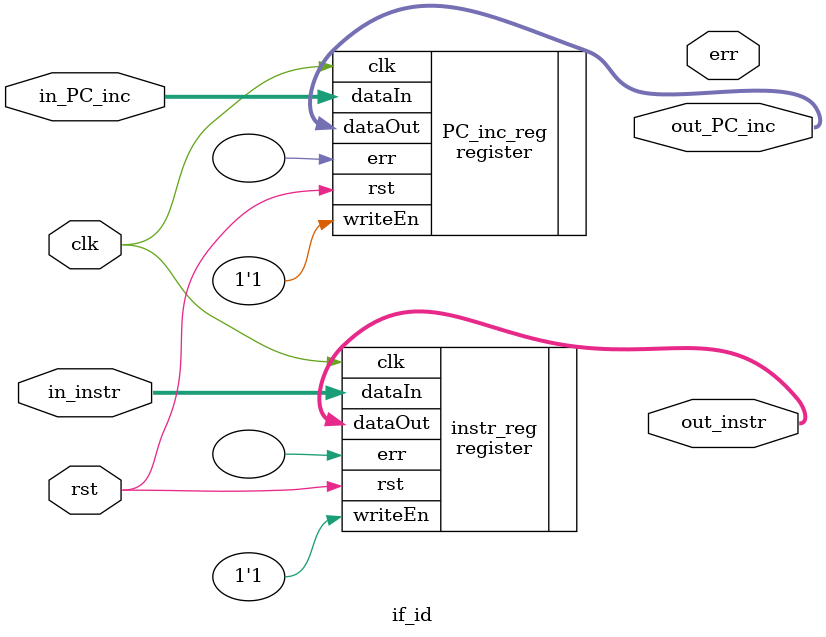
<source format=v>
module if_id(
        // outputs
        out_instr,
        out_PC_inc,
        err,
        // inputs
        clk,
        rst,
        in_instr,
        in_PC_inc);

   output [15:0] out_instr;
   output [15:0] out_PC_inc;
   output err;

   input        clk;
   input        rst;
   input [15:0] in_instr;
   input [15:0] in_PC_inc;

    // TODO: add writeEn signal once fowarding logic is implemented for stalls
   register #(.N(16)) instr_reg(.clk(clk), .rst(rst), .writeEn(1'b1), .dataIn(in_instr), .dataOut(out_instr), .err());
   register #(.N(16)) PC_inc_reg(.clk(clk), .rst(rst), .writeEn(1'b1), .dataIn(in_PC_inc), .dataOut(out_PC_inc), .err());

endmodule

</source>
